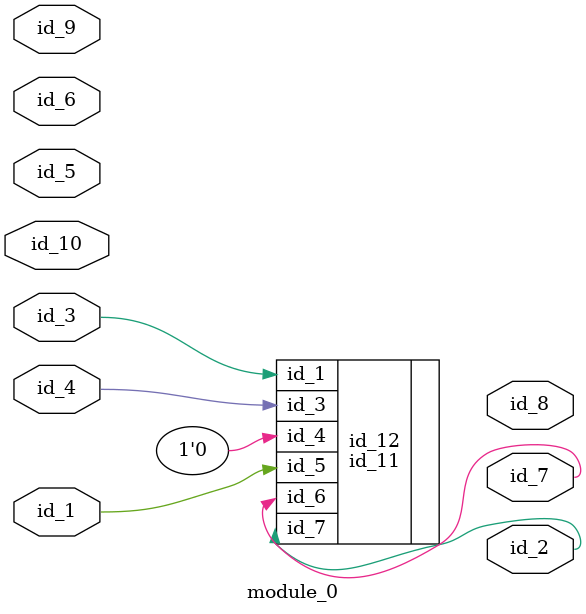
<source format=v>
`define pp_1 0
module module_0 (
    id_1,
    id_2,
    id_3,
    id_4,
    id_5,
    id_6,
    id_7,
    id_8,
    id_9,
    id_10
);
  input id_10;
  input id_9;
  output id_8;
  output id_7;
  input id_6;
  input id_5;
  input id_4;
  input id_3;
  output id_2;
  input id_1;
  id_11 id_12 (
      .id_3(id_4),
      .id_6(id_8),
      .id_4(1'b0),
      .id_7(id_2),
      .id_1(id_9),
      .id_1(id_3),
      .id_6(id_7),
      .id_5(id_1)
  );
endmodule

</source>
